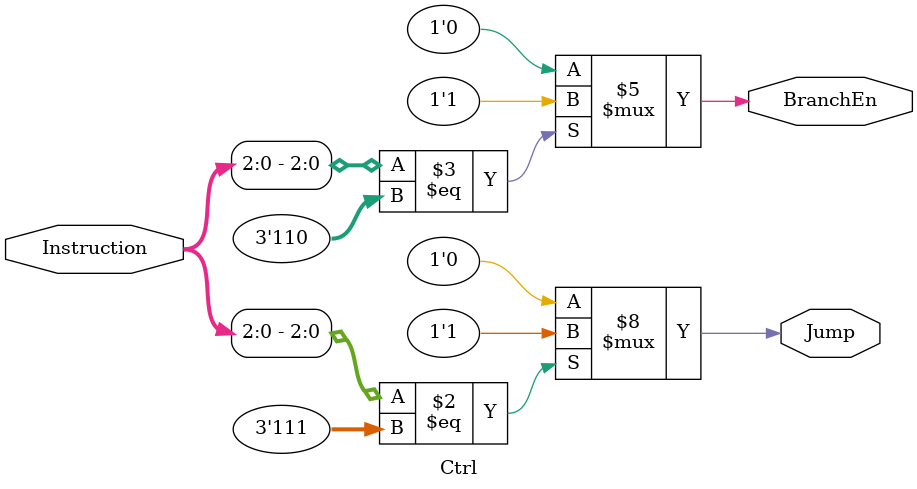
<source format=sv>

module Ctrl (Instruction, Jump, BranchEn);


  input[ 8:0] Instruction;	   // machine code
  output logic Jump,
               BranchEn;

// jump on right shift that generates a zero
always_comb
begin
  if(Instruction[2:0] ==  3'b111) // assuming 111 is your jump instruction
    Jump = 1;
  else
    Jump = 0;
	 
	 if(Instruction[2:0] ==  3'b110 /*AND some other conditions are true*/) // assuming 110 is your branch instruction
    BranchEn = 1;
  else
    BranchEn = 0;
	 
	 
end


endmodule


</source>
